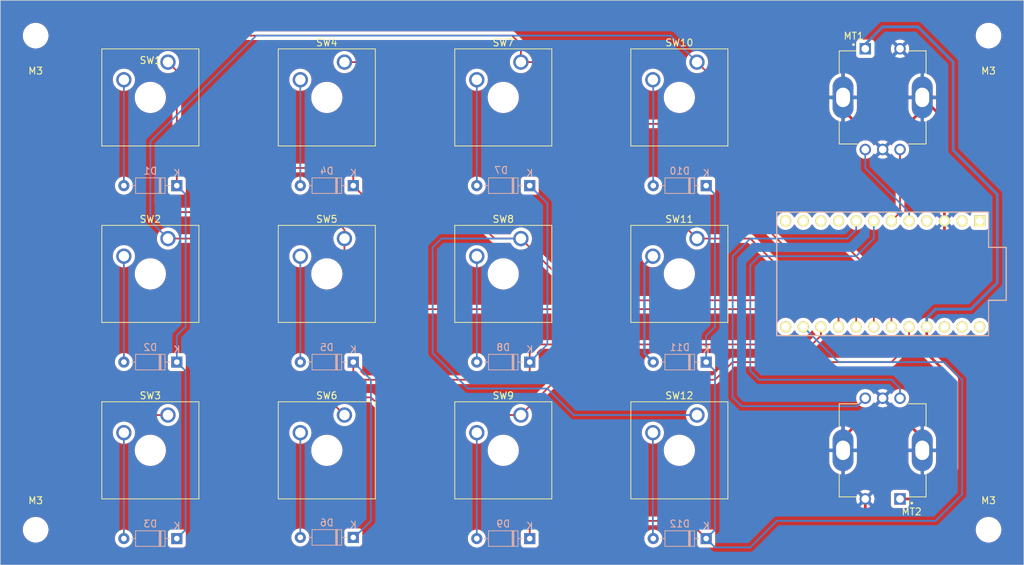
<source format=kicad_pcb>
(kicad_pcb (version 20221018) (generator pcbnew)
  (layers (0 "F.Cu" signal) (31 "B.Cu" signal) (34 "B.Paste" user) (35 "F.Paste" user) (36 "B.SilkS" user "B.Silkscreen") (37 "F.SilkS" user "F.Silkscreen") (38 "B.Mask" user) (39 "F.Mask" user) (44 "Edge.Cuts" user))
  (net 0 "")
  (net 1 "/ROW1")
  (net 2 "Net-(D1-A)")
  (net 3 "Net-(D2-A)")
  (net 4 "Net-(D3-A)")
  (net 5 "Net-(D4-A)")
  (net 6 "/ROW2")
  (net 7 "Net-(D5-A)")
  (net 8 "Net-(D6-A)")
  (net 9 "Net-(D7-A)")
  (net 10 "Net-(D8-A)")
  (net 11 "/ROW3")
  (net 12 "Net-(D9-A)")
  (net 13 "Net-(D10-A)")
  (net 14 "Net-(D11-A)")
  (net 15 "Net-(D12-A)")
  (net 16 "/ROT1_SW")
  (net 17 "GND")
  (net 18 "/ROT1_A")
  (net 19 "/ROT1_B")
  (net 20 "/ROT2_A")
  (net 21 "/ROT2_B")
  (net 22 "/COL1")
  (net 23 "/COL2")
  (net 24 "/COL3")
  (net 25 "/COL4")
  (footprint "MountingHole:MountingHole_3.2mm_M3" (layer "F.Cu") (at 217.17 49.53)
    (fp_text reference "M3" (at 0 5.08) (layer "F.SilkS"))
    (fp_text value "M3" hide)
    (pad "" np_thru_hole circle (at 0 0) (size 3.2 3.2) (drill 3.2) (layers "*.Cu" "*.Mask"))
  )
  (footprint "Button_Switch_Keyboard:SW_Cherry_MX_1.00u_Plate" (layer "F.Cu") (at 149.86 104.14)
    (fp_text reference "SW9" (at -2.54 -2.794) (layer "F.SilkS"))
    (fp_text value "SW_Push")
    (pad "" np_thru_hole circle (at -2.54 5.08) (size 4 4) (drill 4) (layers "*.Cu" "*.Mask"))
    (pad "1" thru_hole circle (at 0 0) (size 2.2 2.2) (drill 1.5) (layers "*.Cu" "*.Mask") (net 22 "/COL1"))
    (pad "2" thru_hole circle (at -6.35 2.54) (size 2.2 2.2) (drill 1.5) (layers "*.Cu" "*.Mask") (net 12 "Net-(D9-A)"))
  )
  (footprint "Button_Switch_Keyboard:SW_Cherry_MX_1.00u_Plate" (layer "F.Cu") (at 175.205 53.34)
    (fp_text reference "SW10" (at -2.54 -2.794) (layer "F.SilkS"))
    (fp_text value "SW_Push")
    (pad "" np_thru_hole circle (at -2.54 5.08) (size 4 4) (drill 4) (layers "*.Cu" "*.Mask"))
    (pad "1" thru_hole circle (at 0 0) (size 2.2 2.2) (drill 1.5) (layers "*.Cu" "*.Mask") (net 23 "/COL2"))
    (pad "2" thru_hole circle (at -6.35 2.54) (size 2.2 2.2) (drill 1.5) (layers "*.Cu" "*.Mask") (net 13 "Net-(D10-A)"))
  )
  (footprint "Button_Switch_Keyboard:SW_Cherry_MX_1.00u_Plate" (layer "F.Cu") (at 124.46 104.14)
    (fp_text reference "SW6" (at -2.54 -2.794) (layer "F.SilkS"))
    (fp_text value "SW_Push")
    (pad "" np_thru_hole circle (at -2.54 5.08) (size 4 4) (drill 4) (layers "*.Cu" "*.Mask"))
    (pad "1" thru_hole circle (at 0 0) (size 2.2 2.2) (drill 1.5) (layers "*.Cu" "*.Mask") (net 23 "/COL2"))
    (pad "2" thru_hole circle (at -6.35 2.54) (size 2.2 2.2) (drill 1.5) (layers "*.Cu" "*.Mask") (net 8 "Net-(D6-A)"))
  )
  (footprint "MountingHole:MountingHole_3.2mm_M3" (layer "F.Cu") (at 80.01 120.65)
    (fp_text reference "M3" (at 0 -4.2) (layer "F.SilkS"))
    (fp_text value "M3" hide)
    (pad "" np_thru_hole circle (at 0 0) (size 3.2 3.2) (drill 3.2) (layers "*.Cu" "*.Mask"))
  )
  (footprint "Button_Switch_Keyboard:SW_Cherry_MX_1.00u_Plate" (layer "F.Cu") (at 124.46 53.34)
    (fp_text reference "SW4" (at -2.54 -2.794) (layer "F.SilkS"))
    (fp_text value "SW_Push")
    (pad "" np_thru_hole circle (at -2.54 5.08) (size 4 4) (drill 4) (layers "*.Cu" "*.Mask"))
    (pad "1" thru_hole circle (at 0 0) (size 2.2 2.2) (drill 1.5) (layers "*.Cu" "*.Mask") (net 25 "/COL4"))
    (pad "2" thru_hole circle (at -6.35 2.54) (size 2.2 2.2) (drill 1.5) (layers "*.Cu" "*.Mask") (net 5 "Net-(D4-A)"))
  )
  (footprint "Button_Switch_Keyboard:SW_Cherry_MX_1.00u_Plate" (layer "F.Cu") (at 175.205 104.14)
    (fp_text reference "SW12" (at -2.54 -2.794) (layer "F.SilkS"))
    (fp_text value "SW_Push")
    (pad "" np_thru_hole circle (at -2.54 5.08) (size 4 4) (drill 4) (layers "*.Cu" "*.Mask"))
    (pad "1" thru_hole circle (at 0 0) (size 2.2 2.2) (drill 1.5) (layers "*.Cu" "*.Mask") (net 25 "/COL4"))
    (pad "2" thru_hole circle (at -6.35 2.54) (size 2.2 2.2) (drill 1.5) (layers "*.Cu" "*.Mask") (net 15 "Net-(D12-A)"))
  )
  (footprint "MountingHole:MountingHole_3.2mm_M3" (layer "F.Cu") (at 80.01 49.53)
    (fp_text reference "M3" (at 0 5.08) (layer "F.SilkS"))
    (fp_text value "M3" hide)
    (pad "" np_thru_hole circle (at 0 0) (size 3.2 3.2) (drill 3.2) (layers "*.Cu" "*.Mask"))
  )
  (footprint "promicro:ProMicro" (layer "F.Cu") (at 201.93 83.82 180)
    (fp_text reference "U1" hide)
    (fp_text value "ProMicro")
    (pad "1" thru_hole rect (at -13.97 7.62 180) (size 1.6 1.6) (drill 1.1) (layers "*.Cu" "*.Mask" "F.SilkS"))
    (pad "2" thru_hole circle (at -11.43 7.62 180) (size 1.6 1.6) (drill 1.1) (layers "*.Cu" "*.Mask" "F.SilkS"))
    (pad "3" thru_hole circle (at -8.89 7.62 180) (size 1.6 1.6) (drill 1.1) (layers "*.Cu" "*.Mask" "F.SilkS") (net 17 "GND"))
    (pad "4" thru_hole circle (at -6.35 7.62 180) (size 1.6 1.6) (drill 1.1) (layers "*.Cu" "*.Mask" "F.SilkS"))
    (pad "5" thru_hole circle (at -3.81 7.62 180) (size 1.6 1.6) (drill 1.1) (layers "*.Cu" "*.Mask" "F.SilkS") (net 18 "/ROT1_A"))
    (pad "6" thru_hole circle (at -1.27 7.62 180) (size 1.6 1.6) (drill 1.1) (layers "*.Cu" "*.Mask" "F.SilkS") (net 19 "/ROT1_B"))
    (pad "7" thru_hole circle (at 1.27 7.62 180) (size 1.6 1.6) (drill 1.1) (layers "*.Cu" "*.Mask" "F.SilkS") (net 20 "/ROT2_A"))
    (pad "8" thru_hole circle (at 3.81 7.62 180) (size 1.6 1.6) (drill 1.1) (layers "*.Cu" "*.Mask" "F.SilkS") (net 21 "/ROT2_B"))
    (pad "9" thru_hole circle (at 6.35 7.62 180) (size 1.6 1.6) (drill 1.1) (layers "*.Cu" "*.Mask" "F.SilkS"))
    (pad "10" thru_hole circle (at 8.89 7.62 180) (size 1.6 1.6) (drill 1.1) (layers "*.Cu" "*.Mask" "F.SilkS"))
    (pad "11" thru_hole circle (at 11.43 7.62 180) (size 1.6 1.6) (drill 1.1) (layers "*.Cu" "*.Mask" "F.SilkS"))
    (pad "12" thru_hole circle (at 13.97 7.62 180) (size 1.6 1.6) (drill 1.1) (layers "*.Cu" "*.Mask" "F.SilkS"))
    (pad "13" thru_hole circle (at 13.97 -7.62 180) (size 1.6 1.6) (drill 1.1) (layers "*.Cu" "*.Mask" "F.SilkS"))
    (pad "14" thru_hole circle (at 11.43 -7.62 180) (size 1.6 1.6) (drill 1.1) (layers "*.Cu" "*.Mask" "F.SilkS") (net 11 "/ROW3"))
    (pad "15" thru_hole circle (at 8.89 -7.62 180) (size 1.6 1.6) (drill 1.1) (layers "*.Cu" "*.Mask" "F.SilkS") (net 6 "/ROW2"))
    (pad "16" thru_hole circle (at 6.35 -7.62 180) (size 1.6 1.6) (drill 1.1) (layers "*.Cu" "*.Mask" "F.SilkS") (net 1 "/ROW1"))
    (pad "17" thru_hole circle (at 3.81 -7.62 180) (size 1.6 1.6) (drill 1.1) (layers "*.Cu" "*.Mask" "F.SilkS") (net 25 "/COL4"))
    (pad "18" thru_hole circle (at 1.27 -7.62 180) (size 1.6 1.6) (drill 1.1) (layers "*.Cu" "*.Mask" "F.SilkS") (net 24 "/COL3"))
    (pad "19" thru_hole circle (at -1.27 -7.62 180) (size 1.6 1.6) (drill 1.1) (layers "*.Cu" "*.Mask" "F.SilkS") (net 23 "/COL2"))
    (pad "20" thru_hole circle (at -3.81 -7.62 180) (size 1.6 1.6) (drill 1.1) (layers "*.Cu" "*.Mask" "F.SilkS") (net 22 "/COL1"))
    (pad "21" thru_hole circle (at -6.35 -7.62 180) (size 1.6 1.6) (drill 1.1) (layers "*.Cu" "*.Mask" "F.SilkS") (net 16 "/ROT1_SW"))
    (pad "22" thru_hole circle (at -8.89 -7.62 180) (size 1.6 1.6) (drill 1.1) (layers "*.Cu" "*.Mask" "F.SilkS"))
    (pad "23" thru_hole circle (at -11.43 -7.62 180) (size 1.6 1.6) (drill 1.1) (layers "*.Cu" "*.Mask" "F.SilkS"))
    (pad "24" thru_hole circle (at -13.97 -7.62 180) (size 1.6 1.6) (drill 1.1) (layers "*.Cu" "*.Mask" "F.SilkS"))
  )
  (footprint "Button_Switch_Keyboard:SW_Cherry_MX_1.00u_Plate" (layer "F.Cu") (at 149.86 78.74)
    (fp_text reference "SW8" (at -2.54 -2.794) (layer "F.SilkS"))
    (fp_text value "SW_Push")
    (pad "" np_thru_hole circle (at -2.54 5.08) (size 4 4) (drill 4) (layers "*.Cu" "*.Mask"))
    (pad "1" thru_hole circle (at 0 0) (size 2.2 2.2) (drill 1.5) (layers "*.Cu" "*.Mask") (net 25 "/COL4"))
    (pad "2" thru_hole circle (at -6.35 2.54) (size 2.2 2.2) (drill 1.5) (layers "*.Cu" "*.Mask") (net 10 "Net-(D8-A)"))
  )
  (footprint "MountingHole:MountingHole_3.2mm_M3" (layer "F.Cu") (at 217.17 120.65)
    (fp_text reference "M3" (at 0 -4.2) (layer "F.SilkS"))
    (fp_text value "M3" hide)
    (pad "" np_thru_hole circle (at 0 0) (size 3.2 3.2) (drill 3.2) (layers "*.Cu" "*.Mask"))
  )
  (footprint "Button_Switch_Keyboard:SW_Cherry_MX_1.00u_Plate" (layer "F.Cu") (at 99.06 78.74)
    (fp_text reference "SW2" (at -2.54 -2.794) (layer "F.SilkS"))
    (fp_text value "SW_Push")
    (pad "" np_thru_hole circle (at -2.54 5.08) (size 4 4) (drill 4) (layers "*.Cu" "*.Mask"))
    (pad "1" thru_hole circle (at 0 0) (size 2.2 2.2) (drill 1.5) (layers "*.Cu" "*.Mask") (net 23 "/COL2"))
    (pad "2" thru_hole circle (at -6.35 2.54) (size 2.2 2.2) (drill 1.5) (layers "*.Cu" "*.Mask") (net 3 "Net-(D2-A)"))
  )
  (footprint "Button_Switch_Keyboard:SW_Cherry_MX_1.00u_Plate" (layer "F.Cu") (at 124.46 78.74)
    (fp_text reference "SW5" (at -2.54 -2.794) (layer "F.SilkS"))
    (fp_text value "SW_Push")
    (pad "" np_thru_hole circle (at -2.54 5.08) (size 4 4) (drill 4) (layers "*.Cu" "*.Mask"))
    (pad "1" thru_hole circle (at 0 0) (size 2.2 2.2) (drill 1.5) (layers "*.Cu" "*.Mask") (net 22 "/COL1"))
    (pad "2" thru_hole circle (at -6.35 2.54) (size 2.2 2.2) (drill 1.5) (layers "*.Cu" "*.Mask") (net 7 "Net-(D5-A)"))
  )
  (footprint "Button_Switch_Keyboard:SW_Cherry_MX_1.00u_Plate" (layer "F.Cu") (at 99.06 53.34)
    (fp_text reference "SW1" (at -2.54 -0.254) (layer "F.SilkS"))
    (fp_text value "SW_Push")
    (pad "" np_thru_hole circle (at -2.54 5.08) (size 4 4) (drill 4) (layers "*.Cu" "*.Mask"))
    (pad "1" thru_hole circle (at 0 0) (size 2.2 2.2) (drill 1.5) (layers "*.Cu" "*.Mask") (net 22 "/COL1"))
    (pad "2" thru_hole circle (at -6.35 2.54) (size 2.2 2.2) (drill 1.5) (layers "*.Cu" "*.Mask") (net 2 "Net-(D1-A)"))
  )
  (footprint "Button_Switch_Keyboard:SW_Cherry_MX_1.00u_Plate" (layer "F.Cu") (at 99.06 104.14)
    (fp_text reference "SW3" (at -2.54 -2.794) (layer "F.SilkS"))
    (fp_text value "SW_Push")
    (pad "" np_thru_hole circle (at -2.54 5.08) (size 4 4) (drill 4) (layers "*.Cu" "*.Mask"))
    (pad "1" thru_hole circle (at 0 0) (size 2.2 2.2) (drill 1.5) (layers "*.Cu" "*.Mask") (net 24 "/COL3"))
    (pad "2" thru_hole circle (at -6.35 2.54) (size 2.2 2.2) (drill 1.5) (layers "*.Cu" "*.Mask") (net 4 "Net-(D3-A)"))
  )
  (footprint "PEC11R-4215F-S0024:XDCR_PEC11R-4215F-S0024" (layer "F.Cu") (at 201.93 58.42)
    (fp_text reference "MT1" (at -4.175 -8.835) (layer "F.SilkS"))
    (fp_text value "PEC11R-4215F-S0024")
    (pad "1" thru_hole rect (at -2.5 -7) (size 1.65 1.65) (drill 1.1) (layers "*.Cu" "*.Mask") (net 16 "/ROT1_SW"))
    (pad "2" thru_hole circle (at 2.5 -7) (size 1.65 1.65) (drill 1.1) (layers "*.Cu" "*.Mask") (net 17 "GND"))
    (pad "A" thru_hole circle (at -2.5 7.5) (size 1.65 1.65) (drill 1.1) (layers "*.Cu" "*.Mask") (net 18 "/ROT1_A"))
    (pad "B" thru_hole circle (at 2.5 7.5) (size 1.65 1.65) (drill 1.1) (layers "*.Cu" "*.Mask") (net 19 "/ROT1_B"))
    (pad "COM" thru_hole circle (at 0 7.5) (size 1.65 1.65) (drill 1.1) (layers "*.Cu" "*.Mask") (net 17 "GND"))
    (pad "S1" thru_hole oval (at -5.7 0) (size 3 6) (drill oval 2 2.8) (layers "*.Cu" "*.Mask") (net 17 "GND"))
    (pad "S2" thru_hole oval (at 5.7 0) (size 3 6) (drill oval 2 2.8) (layers "*.Cu" "*.Mask") (net 17 "GND"))
  )
  (footprint "Button_Switch_Keyboard:SW_Cherry_MX_1.00u_Plate" (layer "F.Cu") (at 175.205 78.74)
    (fp_text reference "SW11" (at -2.54 -2.794) (layer "F.SilkS"))
    (fp_text value "SW_Push")
    (pad "" np_thru_hole circle (at -2.54 5.08) (size 4 4) (drill 4) (layers "*.Cu" "*.Mask"))
    (pad "1" thru_hole circle (at 0 0) (size 2.2 2.2) (drill 1.5) (layers "*.Cu" "*.Mask") (net 24 "/COL3"))
    (pad "2" thru_hole circle (at -6.35 2.54) (size 2.2 2.2) (drill 1.5) (layers "*.Cu" "*.Mask") (net 14 "Net-(D11-A)"))
  )
  (footprint "Button_Switch_Keyboard:SW_Cherry_MX_1.00u_Plate" (layer "F.Cu") (at 149.86 53.34)
    (fp_text reference "SW7" (at -2.54 -2.794) (layer "F.SilkS"))
    (fp_text value "SW_Push")
    (pad "" np_thru_hole circle (at -2.54 5.08) (size 4 4) (drill 4) (layers "*.Cu" "*.Mask"))
    (pad "1" thru_hole circle (at 0 0) (size 2.2 2.2) (drill 1.5) (layers "*.Cu" "*.Mask") (net 24 "/COL3"))
    (pad "2" thru_hole circle (at -6.35 2.54) (size 2.2 2.2) (drill 1.5) (layers "*.Cu" "*.Mask") (net 9 "Net-(D7-A)"))
  )
  (footprint "PEC11R-4215F-S0024:XDCR_PEC11R-4215F-S0024" (layer "F.Cu") (at 201.93 109.22 180)
    (fp_text reference "MT2" (at -4.175 -8.835) (layer "F.SilkS"))
    (fp_text value "PEC11R-4215F-S0024")
    (pad "1" thru_hole rect (at -2.5 -7 180) (size 1.65 1.65) (drill 1.1) (layers "*.Cu" "*.Mask") (net 16 "/ROT1_SW"))
    (pad "2" thru_hole circle (at 2.5 -7 180) (size 1.65 1.65) (drill 1.1) (layers "*.Cu" "*.Mask") (net 17 "GND"))
    (pad "A" thru_hole circle (at -2.5 7.5 180) (size 1.65 1.65) (drill 1.1) (layers "*.Cu" "*.Mask") (net 20 "/ROT2_A"))
    (pad "B" thru_hole circle (at 2.5 7.5 180) (size 1.65 1.65) (drill 1.1) (layers "*.Cu" "*.Mask") (net 21 "/ROT2_B"))
    (pad "COM" thru_hole circle (at 0 7.5 180) (size 1.65 1.65) (drill 1.1) (layers "*.Cu" "*.Mask") (net 17 "GND"))
    (pad "S1" thru_hole oval (at -5.7 0 180) (size 3 6) (drill oval 2 2.8) (layers "*.Cu" "*.Mask") (net 17 "GND"))
    (pad "S2" thru_hole oval (at 5.7 0 180) (size 3 6) (drill oval 2 2.8) (layers "*.Cu" "*.Mask") (net 17 "GND"))
  )
  (footprint "Diode_THT:D_DO-35_SOD27_P7.62mm_Horizontal" (layer "B.Cu") (at 151.13 71.12 180)
    (fp_text reference "D7" (at 4.1148 2.2098) (layer "B.SilkS") (effects (justify mirror)))
    (fp_text value "1N4148")
    (fp_text user "K" (at 0 1.8) (layer "B.SilkS") (effects (justify mirror)))
    (pad "1" thru_hole rect (at 0 0 180) (size 1.6 1.6) (drill 0.8) (layers "*.Cu" "*.Mask") (net 6 "/ROW2"))
    (pad "2" thru_hole oval (at 7.62 0 180) (size 1.6 1.6) (drill 0.8) (layers "*.Cu" "*.Mask") (net 9 "Net-(D7-A)"))
  )
  (footprint "Diode_THT:D_DO-35_SOD27_P7.62mm_Horizontal" (layer "B.Cu") (at 125.73 71.12 180)
    (fp_text reference "D4" (at 3.81 2.12) (layer "B.SilkS") (effects (justify mirror)))
    (fp_text value "1N4148")
    (fp_text user "K" (at 0 1.8) (layer "B.SilkS") (effects (justify mirror)))
    (pad "1" thru_hole rect (at 0 0 180) (size 1.6 1.6) (drill 0.8) (layers "*.Cu" "*.Mask") (net 1 "/ROW1"))
    (pad "2" thru_hole oval (at 7.62 0 180) (size 1.6 1.6) (drill 0.8) (layers "*.Cu" "*.Mask") (net 5 "Net-(D4-A)"))
  )
  (footprint "Diode_THT:D_DO-35_SOD27_P7.62mm_Horizontal" (layer "B.Cu") (at 100.33 96.52 180)
    (fp_text reference "D2" (at 3.81 2.12) (layer "B.SilkS") (effects (justify mirror)))
    (fp_text value "1N4148")
    (fp_text user "K" (at 0 1.8) (layer "B.SilkS") (effects (justify mirror)))
    (pad "1" thru_hole rect (at 0 0 180) (size 1.6 1.6) (drill 0.8) (layers "*.Cu" "*.Mask") (net 1 "/ROW1"))
    (pad "2" thru_hole oval (at 7.62 0 180) (size 1.6 1.6) (drill 0.8) (layers "*.Cu" "*.Mask") (net 3 "Net-(D2-A)"))
  )
  (footprint "Diode_THT:D_DO-35_SOD27_P7.62mm_Horizontal" (layer "B.Cu") (at 151.13 121.92 180)
    (fp_text reference "D9" (at 3.81 2.12) (layer "B.SilkS") (effects (justify mirror)))
    (fp_text value "1N4148")
    (fp_text user "K" (at 0 1.8) (layer "B.SilkS") (effects (justify mirror)))
    (pad "1" thru_hole rect (at 0 0 180) (size 1.6 1.6) (drill 0.8) (layers "*.Cu" "*.Mask") (net 11 "/ROW3"))
    (pad "2" thru_hole oval (at 7.62 0 180) (size 1.6 1.6) (drill 0.8) (layers "*.Cu" "*.Mask") (net 12 "Net-(D9-A)"))
  )
  (footprint "Diode_THT:D_DO-35_SOD27_P7.62mm_Horizontal" (layer "B.Cu") (at 125.73 121.76 180)
    (fp_text reference "D6" (at 3.81 2.12) (layer "B.SilkS") (effects (justify mirror)))
    (fp_text value "1N4148")
    (fp_text user "K" (at 0 1.8) (layer "B.SilkS") (effects (justify mirror)))
    (pad "1" thru_hole rect (at 0 0 180) (size 1.6 1.6) (drill 0.8) (layers "*.Cu" "*.Mask") (net 6 "/ROW2"))
    (pad "2" thru_hole oval (at 7.62 0 180) (size 1.6 1.6) (drill 0.8) (layers "*.Cu" "*.Mask") (net 8 "Net-(D6-A)"))
  )
  (footprint "Diode_THT:D_DO-35_SOD27_P7.62mm_Horizontal" (layer "B.Cu") (at 176.53 121.92 180)
    (fp_text reference "D12" (at 3.81 2.12) (layer "B.SilkS") (effects (justify mirror)))
    (fp_text value "1N4148")
    (fp_text user "K" (at 0 1.8) (layer "B.SilkS") (effects (justify mirror)))
    (pad "1" thru_hole rect (at 0 0 180) (size 1.6 1.6) (drill 0.8) (layers "*.Cu" "*.Mask") (net 11 "/ROW3"))
    (pad "2" thru_hole oval (at 7.62 0 180) (size 1.6 1.6) (drill 0.8) (layers "*.Cu" "*.Mask") (net 15 "Net-(D12-A)"))
  )
  (footprint "Diode_THT:D_DO-35_SOD27_P7.62mm_Horizontal" (layer "B.Cu") (at 151.13 96.52 180)
    (fp_text reference "D8" (at 3.81 2.12) (layer "B.SilkS") (effects (justify mirror)))
    (fp_text value "1N4148")
    (fp_text user "K" (at 0 1.8) (layer "B.SilkS") (effects (justify mirror)))
    (pad "1" thru_hole rect (at 0 0 180) (size 1.6 1.6) (drill 0.8) (layers "*.Cu" "*.Mask") (net 6 "/ROW2"))
    (pad "2" thru_hole oval (at 7.62 0 180) (size 1.6 1.6) (drill 0.8) (layers "*.Cu" "*.Mask") (net 10 "Net-(D8-A)"))
  )
  (footprint "Diode_THT:D_DO-35_SOD27_P7.62mm_Horizontal" (layer "B.Cu") (at 176.53 71.12 180)
    (fp_text reference "D10" (at 3.81 2.12) (layer "B.SilkS") (effects (justify mirror)))
    (fp_text value "1N4148")
    (fp_text user "K" (at 0 1.8) (layer "B.SilkS") (effects (justify mirror)))
    (pad "1" thru_hole rect (at 0 0 180) (size 1.6 1.6) (drill 0.8) (layers "*.Cu" "*.Mask") (net 11 "/ROW3"))
    (pad "2" thru_hole oval (at 7.62 0 180) (size 1.6 1.6) (drill 0.8) (layers "*.Cu" "*.Mask") (net 13 "Net-(D10-A)"))
  )
  (footprint "Diode_THT:D_DO-35_SOD27_P7.62mm_Horizontal" (layer "B.Cu") (at 125.73 96.52 180)
    (fp_text reference "D5" (at 3.81 2.12) (layer "B.SilkS") (effects (justify mirror)))
    (fp_text value "1N4148")
    (fp_text user "K" (at 0 1.8) (layer "B.SilkS") (effects (justify mirror)))
    (pad "1" thru_hole rect (at 0 0 180) (size 1.6 1.6) (drill 0.8) (layers "*.Cu" "*.Mask") (net 6 "/ROW2"))
    (pad "2" thru_hole oval (at 7.62 0 180) (size 1.6 1.6) (drill 0.8) (layers "*.Cu" "*.Mask") (net 7 "Net-(D5-A)"))
  )
  (footprint "Diode_THT:D_DO-35_SOD27_P7.62mm_Horizontal" (layer "B.Cu") (at 100.33 71.12 180)
    (fp_text reference "D1" (at 3.81 2.12) (layer "B.SilkS") (effects (justify mirror)))
    (fp_text value "1N4148")
    (fp_text user "K" (at 0 1.8) (layer "B.SilkS") (effects (justify mirror)))
    (pad "1" thru_hole rect (at 0 0 180) (size 1.6 1.6) (drill 0.8) (layers "*.Cu" "*.Mask") (net 1 "/ROW1"))
    (pad "2" thru_hole oval (at 7.62 0 180) (size 1.6 1.6) (drill 0.8) (layers "*.Cu" "*.Mask") (net 2 "Net-(D1-A)"))
  )
  (footprint "Diode_THT:D_DO-35_SOD27_P7.62mm_Horizontal" (layer "B.Cu") (at 176.53 96.52 180)
    (fp_text reference "D11" (at 3.81 2.12) (layer "B.SilkS") (effects (justify mirror)))
    (fp_text value "1N4148")
    (fp_text user "K" (at 0 1.8) (layer "B.SilkS") (effects (justify mirror)))
    (pad "1" thru_hole rect (at 0 0 180) (size 1.6 1.6) (drill 0.8) (layers "*.Cu" "*.Mask") (net 11 "/ROW3"))
    (pad "2" thru_hole oval (at 7.62 0 180) (size 1.6 1.6) (drill 0.8) (layers "*.Cu" "*.Mask") (net 14 "Net-(D11-A)"))
  )
  (footprint "Diode_THT:D_DO-35_SOD27_P7.62mm_Horizontal" (layer "B.Cu") (at 100.33 121.92 180)
    (fp_text reference "D3" (at 3.81 2.12) (layer "B.SilkS") (effects (justify mirror)))
    (fp_text value "1N4148")
    (fp_text user "K" (at 0 1.8) (layer "B.SilkS") (effects (justify mirror)))
    (pad "1" thru_hole rect (at 0 0 180) (size 1.6 1.6) (drill 0.8) (layers "*.Cu" "*.Mask") (net 1 "/ROW1"))
    (pad "2" thru_hole oval (at 7.62 0 180) (size 1.6 1.6) (drill 0.8) (layers "*.Cu" "*.Mask") (net 4 "Net-(D3-A)"))
  )
  (gr_line (start 74.93 44.45) (end 222.25 44.45) (stroke (width 0.1)) (layer "Edge.Cuts"))
  (gr_line (start 222.25 44.45) (end 222.25 125.73) (stroke (width 0.1)) (layer "Edge.Cuts"))
  (gr_line (start 74.93 44.45) (end 74.93 125.73) (stroke (width 0.1)) (layer "Edge.Cuts"))
  (gr_line (start 222.25 125.73) (end 74.93 125.73) (stroke (width 0.1)) (layer "Edge.Cuts"))
  (segment (start 195.58 91.44) (end 195.58 90.17) (width 0.25) (layer "F.Cu") (net 1))
  (segment (start 124.46 68.58) (end 125.73 69.85) (width 0.25) (layer "F.Cu") (net 1))
  (segment (start 125.73 69.85) (end 125.73 71.12) (width 0.25) (layer "F.Cu") (net 1))
  (segment (start 194.31 88.9) (end 132.08 88.9) (width 0.25) (layer "F.Cu") (net 1))
  (segment (start 128.27 73.66) (end 125.73 71.12) (width 0.25) (layer "F.Cu") (net 1))
  (segment (start 195.58 90.17) (end 194.31 88.9) (width 0.25) (layer "F.Cu") (net 1))
  (segment (start 132.08 88.9) (end 128.27 85.09) (width 0.25) (layer "F.Cu") (net 1))
  (segment (start 101.6 68.58) (end 124.46 68.58) (width 0.25) (layer "F.Cu") (net 1))
  (segment (start 100.33 69.85) (end 101.6 68.58) (width 0.25) (layer "F.Cu") (net 1))
  (segment (start 128.27 85.09) (end 128.27 73.66) (width 0.25) (layer "F.Cu") (net 1))
  (segment (start 100.33 71.12) (end 100.33 69.85) (width 0.25) (layer "F.Cu") (net 1))
  (segment (start 101.6 120.65) (end 100.33 121.92) (width 0.25) (layer "B.Cu") (net 1))
  (segment (start 101.6 97.79) (end 101.6 120.65) (width 0.25) (layer "B.Cu") (net 1))
  (segment (start 100.33 71.12) (end 101.6 72.39) (width 0.25) (layer "B.Cu") (net 1))
  (segment (start 101.6 72.39) (end 101.6 91.44) (width 0.25) (layer "B.Cu") (net 1))
  (segment (start 100.33 92.71) (end 100.33 96.52) (width 0.25) (layer "B.Cu") (net 1))
  (segment (start 100.33 96.52) (end 101.6 97.79) (width 0.25) (layer "B.Cu") (net 1))
  (segment (start 101.6 91.44) (end 100.33 92.71) (width 0.25) (layer "B.Cu") (net 1))
  (segment (start 92.71 71.12) (end 92.71 55.88) (width 0.25) (layer "B.Cu") (net 2))
  (segment (start 92.71 96.52) (end 92.71 81.28) (width 0.25) (layer "B.Cu") (net 3))
  (segment (start 92.71 106.68) (end 92.71 121.92) (width 0.25) (layer "B.Cu") (net 4))
  (segment (start 118.11 71.12) (end 118.11 55.88) (width 0.25) (layer "B.Cu") (net 5))
  (segment (start 191.77 93.98) (end 193.04 92.71) (width 0.25) (layer "F.Cu") (net 6))
  (segment (start 193.04 92.71) (end 193.04 91.44) (width 0.25) (layer "F.Cu") (net 6))
  (segment (start 149.86 99.06) (end 151.13 97.79) (width 0.25) (layer "F.Cu") (net 6))
  (segment (start 152.4 93.98) (end 191.77 93.98) (width 0.25) (layer "F.Cu") (net 6))
  (segment (start 151.13 95.25) (end 152.4 93.98) (width 0.25) (layer "F.Cu") (net 6))
  (segment (start 127 99.06) (end 149.86 99.06) (width 0.25) (layer "F.Cu") (net 6))
  (segment (start 125.73 96.52) (end 125.73 97.79) (width 0.25) (layer "F.Cu") (net 6))
  (segment (start 151.13 96.52) (end 151.13 95.25) (width 0.25) (layer "F.Cu") (net 6))
  (segment (start 151.13 97.79) (end 151.13 96.52) (width 0.25) (layer "F.Cu") (net 6))
  (segment (start 125.73 97.79) (end 127 99.06) (width 0.25) (layer "F.Cu") (net 6))
  (segment (start 153.67 73.66) (end 151.13 71.12) (width 0.25) (layer "B.Cu") (net 6))
  (segment (start 128.27 99.06) (end 125.73 96.52) (width 0.25) (layer "B.Cu") (net 6))
  (segment (start 151.13 96.52) (end 153.67 93.98) (width 0.25) (layer "B.Cu") (net 6))
  (segment (start 125.89 121.76) (end 128.27 119.38) (width 0.25) (layer "B.Cu") (net 6))
  (segment (start 153.67 93.98) (end 153.67 73.66) (width 0.25) (layer "B.Cu") (net 6))
  (segment (start 128.27 119.38) (end 128.27 99.06) (width 0.25) (layer "B.Cu") (net 6))
  (segment (start 125.73 121.76) (end 125.89 121.76) (width 0.25) (layer "B.Cu") (net 6))
  (segment (start 118.11 96.52) (end 118.11 81.28) (width 0.25) (layer "B.Cu") (net 7))
  (segment (start 118.11 121.76) (end 118.11 106.68) (width 0.25) (layer "B.Cu") (net 8))
  (segment (start 143.51 71.12) (end 143.51 55.88) (width 0.25) (layer "B.Cu") (net 9))
  (segment (start 143.51 96.52) (end 143.51 81.28) (width 0.25) (layer "B.Cu") (net 10))
  (segment (start 173.99 119.38) (end 176.53 121.92) (width 0.25) (layer "F.Cu") (net 11))
  (segment (start 151.13 120.65) (end 152.4 119.38) (width 0.25) (layer "F.Cu") (net 11))
  (segment (start 151.13 121.92) (end 151.13 120.65) (width 0.25) (layer "F.Cu") (net 11))
  (segment (start 152.4 119.38) (end 173.99 119.38) (width 0.25) (layer "F.Cu") (net 11))
  (segment (start 177.8 91.44) (end 176.53 92.71) (width 0.25) (layer "B.Cu") (net 11))
  (segment (start 190.5 91.44) (end 195.58 96.52) (width 0.25) (layer "B.Cu") (net 11))
  (segment (start 213.36 115.57) (end 209.55 119.38) (width 0.25) (layer "B.Cu") (net 11))
  (segment (start 210.82 96.52) (end 213.36 99.06) (width 0.25) (layer "B.Cu") (net 11))
  (segment (start 176.53 121.92) (end 177.8 120.65) (width 0.25) (layer "B.Cu") (net 11))
  (segment (start 195.58 96.52) (end 210.82 96.52) (width 0.25) (layer "B.Cu") (net 11))
  (segment (start 209.55 119.38) (end 186.69 119.38) (width 0.25) (layer "B.Cu") (net 11))
  (segment (start 177.8 72.39) (end 177.8 91.44) (width 0.25) (layer "B.Cu") (net 11))
  (segment (start 182.88 123.19) (end 177.8 123.19) (width 0.25) (layer "B.Cu") (net 11))
  (segment (start 176.53 92.71) (end 176.53 96.52) (width 0.25) (layer "B.Cu") (net 11))
  (segment (start 213.36 99.06) (end 213.36 115.57) (width 0.25) (layer "B.Cu") (net 11))
  (segment (start 177.8 123.19) (end 176.53 121.92) (width 0.25) (layer "B.Cu") (net 11))
  (segment (start 177.8 120.65) (end 177.8 97.79) (width 0.25) (layer "B.Cu") (net 11))
  (segment (start 186.69 119.38) (end 182.88 123.19) (width 0.25) (layer "B.Cu") (net 11))
  (segment (start 177.8 97.79) (end 176.53 96.52) (width 0.25) (layer "B.Cu") (net 11))
  (segment (start 176.53 71.12) (end 177.8 72.39) (width 0.25) (layer "B.Cu") (net 11))
  (segment (start 143.51 121.92) (end 143.51 106.68) (width 0.25) (layer "B.Cu") (net 12))
  (segment (start 168.91 71.12) (end 168.91 55.935) (width 0.25) (layer "B.Cu") (net 13))
  (segment (start 168.91 55.935) (end 168.855 55.88) (width 0.25) (layer "B.Cu") (net 13))
  (segment (start 167.64 82.495) (end 167.64 95.25) (width 0.35) (layer "B.Cu") (net 14))
  (segment (start 167.64 95.25) (end 168.91 96.52) (width 0.35) (layer "B.Cu") (net 14))
  (segment (start 168.855 81.28) (end 167.64 82.495) (width 0.35) (layer "B.Cu") (net 14))
  (segment (start 168.855 106.68) (end 168.855 121.865) (width 0.25) (layer "B.Cu") (net 15))
  (segment (start 168.855 121.865) (end 168.91 121.92) (width 0.25) (layer "B.Cu") (net 15))
  (segment (start 207.63 116.22) (end 212.09 111.76) (width 0.4) (layer "F.Cu") (net 16))
  (segment (start 208.28 95.25) (end 208.28 91.44) (width 0.4) (layer "F.Cu") (net 16))
  (segment (start 212.09 99.06) (end 208.28 95.25) (width 0.4) (layer "F.Cu") (net 16))
  (segment (start 204.43 116.22) (end 207.63 116.22) (width 0.4) (layer "F.Cu") (net 16))
  (segment (start 212.09 111.76) (end 212.09 99.06) (width 0.4) (layer "F.Cu") (net 16))
  (segment (start 207.01 48.26) (end 212.09 53.34) (width 0.4) (layer "B.Cu") (net 16))
  (segment (start 199.43 51.42) (end 199.43 50.76) (width 0.4) (layer "B.Cu") (net 16))
  (segment (start 209.55 88.9) (end 208.28 90.17) (width 0.4) (layer "B.Cu") (net 16))
  (segment (start 212.09 66.04) (end 218.44 72.39) (width 0.4) (layer "B.Cu") (net 16))
  (segment (start 214.63 88.9) (end 209.55 88.9) (width 0.4) (layer "B.Cu") (net 16))
  (segment (start 201.93 48.26) (end 207.01 48.26) (width 0.4) (layer "B.Cu") (net 16))
  (segment (start 208.28 90.17) (end 208.28 91.44) (width 0.4) (layer "B.Cu") (net 16))
  (segment (start 218.44 72.39) (end 218.44 85.09) (width 0.4) (layer "B.Cu") (net 16))
  (segment (start 199.43 50.76) (end 201.93 48.26) (width 0.4) (layer "B.Cu") (net 16))
  (segment (start 212.09 53.34) (end 212.09 66.04) (width 0.4) (layer "B.Cu") (net 16))
  (segment (start 218.44 85.09) (end 214.63 88.9) (width 0.4) (layer "B.Cu") (net 16))
  (segment (start 201.93 65.92) (end 207.63 60.22) (width 0.4) (layer "F.Cu") (net 17))
  (segment (start 210.82 76.2) (end 210.82 61.61) (width 0.4) (layer "F.Cu") (net 17))
  (segment (start 207.63 54.62) (end 207.63 58.42) (width 0.4) (layer "F.Cu") (net 17))
  (segment (start 218.44 86.36) (end 218.44 110.49) (width 0.4) (layer "F.Cu") (net 17))
  (segment (start 200.66 119.38) (end 199.43 118.15) (width 0.4) (layer "F.Cu") (net 17))
  (segment (start 196.23 113.02) (end 196.23 109.22) (width 0.4) (layer "F.Cu") (net 17))
  (segment (start 210.82 61.61) (end 207.63 58.42) (width 0.4) (layer "F.Cu") (net 17))
  (segment (start 210.82 78.74) (end 218.44 86.36) (width 0.4) (layer "F.Cu") (net 17))
  (segment (start 207.63 107.42) (end 201.93 101.72) (width 0.4) (layer "F.Cu") (net 17))
  (segment (start 210.82 76.2) (end 210.82 78.74) (width 0.4) (layer "F.Cu") (net 17))
  (segment (start 196.23 109.22) (end 196.23 107.42) (width 0.35) (layer "F.Cu") (net 17))
  (segment (start 209.55 119.38) (end 200.66 119.38) (width 0.4) (layer "F.Cu") (net 17))
  (segment (start 218.44 110.49) (end 209.55 119.38) (width 0.4) (layer "F.Cu") (net 17))
  (segment (start 201.93 65.92) (end 196.23 60.22) (width 0.4) (layer "F.Cu") (net 17))
  (segment (start 207.63 60.22) (end 207.63 58.42) (width 0.4) (layer "F.Cu") (net 17))
  (segment (start 204.43 51.42) (end 207.63 54.62) (width 0.4) (layer "F.Cu") (net 17))
  (segment (start 196.23 107.42) (end 201.93 101.72) (width 0.4) (layer "F.Cu") (net 17))
  (segment (start 199.43 118.15) (end 199.43 116.22) (width 0.4) (layer "F.Cu") (net 17))
  (segment (start 199.43 116.22) (end 196.23 113.02) (width 0.4) (layer "F.Cu") (net 17))
  (segment (start 207.63 109.22) (end 207.63 107.42) (width 0.35) (layer "F.Cu") (net 17))
  (segment (start 196.23 60.22) (end 196.23 58.42) (width 0.4) (layer "F.Cu") (net 17))
  (segment (start 207.63 109.22) (end 207.63 107.42) (width 0.35) (layer "B.Cu") (net 17))
  (segment (start 196.23 58.42) (end 196.23 60.22) (width 0.35) (layer "B.Cu") (net 17))
  (segment (start 196.23 109.22) (end 196.23 108.6) (width 0.35) (layer "B.Cu") (net 17))
  (segment (start 196.23 109.22) (end 196.23 107.42) (width 0.35) (layer "B.Cu") (net 17))
  (segment (start 207.63 60.22) (end 207.63 58.42) (width 0.35) (layer "B.Cu") (net 17))
  (segment (start 205.74 74.93) (end 205.74 76.2) (width 0.25) (layer "B.Cu") (net 18))
  (segment (start 199.43 68.62) (end 205.74 74.93) (width 0.25) (layer "B.Cu") (net 18))
  (segment (start 199.43 65.92) (end 199.43 68.62) (width 0.25) (layer "B.Cu") (net 18))
  (segment (start 204.43 65.92) (end 204.43 74.97) (width 0.25) (layer "F.Cu") (net 19))
  (segment (start 204.43 74.97) (end 203.2 76.2) (width 0.25) (layer "F.Cu") (net 19))
  (segment (start 184.15 99.06) (end 182.88 97.79) (width 0.25) (layer "B.Cu") (net 20))
  (segment (start 203.2 99.06) (end 184.15 99.06) (width 0.25) (layer "B.Cu") (net 20))
  (segment (start 184.15 81.28) (end 198.12 81.28) (width 0.25) (layer "B.Cu") (net 20))
  (segment (start 200.66 78.74) (end 200.66 76.2) (width 0.25) (layer "B.Cu") (net 20))
  (segment (start 182.88 97.79) (end 182.88 82.55) (width 0.25) (layer "B.Cu") (net 20))
  (segment (start 204.43 101.72) (end 204.43 100.29) (width 0.25) (layer "B.Cu") (net 20))
  (segment (start 198.12 81.28) (end 200.66 78.74) (width 0.25) (layer "B.Cu") (net 20))
  (segment (start 182.88 82.55) (end 184.15 81.28) (width 0.25) (layer "B.Cu") (net 20))
  (segment (start 204.43 100.29) (end 203.2 99.06) (width 0.25) (layer "B.Cu") (net 20))
  (segment (start 182.88 78.74) (end 180.34 81.28) (width 0.25) (layer "B.Cu") (net 21))
  (segment (start 196.85 78.74) (end 182.88 78.74) (width 0.25) (layer "B.Cu") (net 21))
  (segment (start 180.34 81.28) (end 180.34 101.6) (width 0.25) (layer "B.Cu") (net 21))
  (segment (start 198.12 77.47) (end 196.85 78.74) (width 0.25) (layer "B.Cu") (net 21))
  (segment (start 198.12 76.2) (end 198.12 77.47) (width 0.25) (layer "B.Cu") (net 21))
  (segment (start 180.34 101.6) (end 181.61 102.87) (width 0.25) (layer "B.Cu") (net 21))
  (segment (start 181.61 102.87) (end 198.28 102.87) (width 0.25) (layer "B.Cu") (net 21))
  (segment (start 198.28 102.87) (end 199.43 101.72) (width 0.25) (layer "B.Cu") (net 21))
  (segment (start 177.8 99.06) (end 180.34 96.52) (width 0.25) (layer "F.Cu") (net 22))
  (segment (start 124.46 81.28) (end 124.46 78.74) (width 0.25) (layer "F.Cu") (net 22))
  (segment (start 99.06 74.93) (end 121.92 74.93) (width 0.25) (layer "F.Cu") (net 22))
  (segment (start 205.74 93.98) (end 205.74 91.44) (width 0.25) (layer "F.Cu") (net 22))
  (segment (start 121.92 74.93) (end 124.46 77.47) (width 0.25) (layer "F.Cu") (net 22))
  (segment (start 99.06 53.34) (end 100.33 54.61) (width 0.25) (layer "F.Cu") (net 22))
  (segment (start 154.94 99.06) (end 177.8 99.06) (width 0.25) (layer "F.Cu") (net 22))
  (segment (start 146.05 104.14) (end 144.78 102.87) (width 0.25) (layer "F.Cu") (net 22))
  (segment (start 149.86 104.14) (end 146.05 104.14) (width 0.25) (layer "F.Cu") (net 22))
  (segment (start 100.33 66.04) (end 97.79 68.58) (width 0.25) (layer "F.Cu") (net 22))
  (segment (start 128.27 101.6) (end 125.73 101.6) (width 0.25) (layer "F.Cu") (net 22))
  (segment (start 144.78 102.87) (end 129.54 102.87) (width 0.25) (layer "F.Cu") (net 22))
  (segment (start 97.79 68.58) (end 97.79 73.66) (width 0.25) (layer "F.Cu") (net 22))
  (segment (start 97.79 73.66) (end 99.06 74.93) (width 0.25) (layer "F.Cu") (net 22))
  (segment (start 180.34 96.52) (end 203.2 96.52) (width 0.25) (layer "F.Cu") (net 22))
  (segment (start 121.92 90.17) (end 125.73 86.36) (width 0.25) (layer "F.Cu") (net 22))
  (segment (start 129.54 102.87) (end 128.27 101.6) (width 0.25) (layer "F.Cu") (net 22))
  (segment (start 203.2 96.52) (end 205.74 93.98) (width 0.25) (layer "F.Cu") (net 22))
  (segment (start 125.73 86.36) (end 125.73 82.55) (width 0.25) (layer "F.Cu") (net 22))
  (segment (start 100.33 54.61) (end 100.33 66.04) (width 0.25) (layer "F.Cu") (net 22))
  (segment (start 125.73 101.6) (end 121.92 97.79) (width 0.25) (layer "F.Cu") (net 22))
  (segment (start 125.73 82.55) (end 124.46 81.28) (width 0.25) (layer "F.Cu") (net 22))
  (segment (start 124.46 77.47) (end 124.46 78.74) (width 0.25) (layer "F.Cu") (net 22))
  (segment (start 149.86 104.14) (end 154.94 99.06) (width 0.25) (layer "F.Cu") (net 22))
  (segment (start 121.92 97.79) (end 121.92 90.17) (width 0.25) (layer "F.Cu") (net 22))
  (segment (start 187.96 80.01) (end 196.85 80.01) (width 0.25) (layer "F.Cu") (net 23))
  (segment (start 185.42 63.5) (end 185.42 77.47) (width 0.25) (layer "F.Cu") (net 23))
  (segment (start 113.03 82.55) (end 109.22 78.74) (width 0.25) (layer "F.Cu") (net 23))
  (segment (start 184.095 62.23) (end 184.15 62.23) (width 0.25) (layer "F.Cu") (net 23))
  (segment (start 203.2 86.36) (end 203.2 91.44) (width 0.25) (layer "F.Cu") (net 23))
  (segment (start 121.92 101.6) (end 116.84 101.6) (width 0.25) (layer "F.Cu") (net 23))
  (segment (start 121.92 101.6) (end 124.46 104.14) (width 0.25) (layer "F.Cu") (net 23))
  (segment (start 196.85 80.01) (end 203.2 86.36) (width 0.25) (layer "F.Cu") (net 23))
  (segment (start 109.22 78.74) (end 99.06 78.74) (width 0.25) (layer "F.Cu") (net 23))
  (segment (start 113.03 97.79) (end 113.03 82.55) (width 0.25) (layer "F.Cu") (net 23))
  (segment (start 116.84 101.6) (end 113.03 97.79) (width 0.25) (layer "F.Cu") (net 23))
  (segment (start 184.15 62.23) (end 185.42 63.5) (width 0.25) (layer "F.Cu") (net 23))
  (segment (start 185.42 77.47) (end 187.96 80.01) (width 0.25) (layer "F.Cu") (net 23))
  (segment (start 175.205 53.34) (end 184.095 62.23) (width 0.25) (layer "F.Cu") (net 23))
  (segment (start 96.52 76.2) (end 96.52 64.77) (width 0.25) (layer "B.Cu") (net 23))
  (segment (start 96.52 64.77) (end 111.76 49.53) (width 0.25) (layer "B.Cu") (net 23))
  (segment (start 99.06 78.74) (end 96.52 76.2) (width 0.25) (layer "B.Cu") (net 23))
  (segment (start 175.205 53.34) (end 171.45 49.585) (width 0.25) (layer "B.Cu") (net 23))
  (segment (start 171.45 49.53) (end 111.76 49.53) (width 0.25) (layer "B.Cu") (net 23))
  (segment (start 171.45 49.585) (end 171.45 49.53) (width 0.25) (layer "B.Cu") (net 23))
  (segment (start 166.37 62.23) (end 165.1 60.96) (width 0.25) (layer "F.Cu") (net 24))
  (segment (start 195.58 82.55) (end 200.66 87.63) (width 0.25) (layer "F.Cu") (net 24))
  (segment (start 186.69 82.55) (end 195.58 82.55) (width 0.25) (layer "F.Cu") (net 24))
  (segment (start 182.88 78.74) (end 186.69 82.55) (width 0.25) (layer "F.Cu") (net 24))
  (segment (start 172.72 64.77) (end 170.18 62.23) (width 0.25) (layer "F.Cu") (net 24))
  (segment (start 175.205 78.74) (end 172.72 76.255) (width 0.25) (layer "F.Cu") (net 24))
  (segment (start 175.205 78.74) (end 182.88 78.74) (width 0.25) (layer "F.Cu") (net 24))
  (segment (start 165.1 60.96) (end 165.1 54.61) (width 0.25) (layer "F.Cu") (net 24))
  (segment (start 200.66 87.63) (end 200.66 91.44) (width 0.25) (layer "F.Cu") (net 24))
  (segment (start 170.18 62.23) (end 166.37 62.23) (width 0.25) (layer "F.Cu") (net 24))
  (segment (start 165.1 54.61) (end 163.83 53.34) (width 0.25) (layer "F.Cu") (net 24))
  (segment (start 163.83 53.34) (end 149.86 53.34) (width 0.25) (layer "F.Cu") (net 24))
  (segment (start 88.9 52.07) (end 91.44 49.53) (width 0.25) (layer "F.Cu") (net 24))
  (segment (start 93.98 104.14) (end 88.9 99.06) (width 0.25) (layer "F.Cu") (net 24))
  (segment (start 88.9 99.06) (end 88.9 52.07) (width 0.25) (layer "F.Cu") (net 24))
  (segment (start 172.72 76.255) (end 172.72 64.77) (width 0.25) (layer "F.Cu") (net 24))
  (segment (start 99.06 104.14) (end 93.98 104.14) (width 0.25) (layer "F.Cu") (net 24))
  (segment (start 91.44 49.53) (end 148.59 49.53) (width 0.25) (layer "F.Cu") (net 24))
  (segment (start 149.86 50.8) (end 149.86 53.34) (width 0.25) (layer "F.Cu") (net 24))
  (segment (start 148.59 49.53) (end 149.86 50.8) (width 0.25) (layer "F.Cu") (net 24))
  (segment (start 196.85 87.63) (end 198.12 88.9) (width 0.25) (layer "F.Cu") (net 25))
  (segment (start 149.86 78.74) (end 158.75 87.63) (width 0.25) (layer "F.Cu") (net 25))
  (segment (start 140.97 57.15) (end 137.16 53.34) (width 0.25) (layer "F.Cu") (net 25))
  (segment (start 146.05 78.74) (end 140.97 73.66) (width 0.25) (layer "F.Cu") (net 25))
  (segment (start 158.75 87.63) (end 196.85 87.63) (width 0.25) (layer "F.Cu") (net 25))
  (segment (start 149.86 78.74) (end 146.05 78.74) (width 0.25) (layer "F.Cu") (net 25))
  (segment (start 198.12 88.9) (end 198.12 91.44) (width 0.25) (layer "F.Cu") (net 25))
  (segment (start 137.16 53.34) (end 124.46 53.34) (width 0.25) (layer "F.Cu") (net 25))
  (segment (start 140.97 73.66) (end 140.97 57.15) (width 0.25) (layer "F.Cu") (net 25))
  (segment (start 137.16 80.01) (end 138.43 78.74) (width 0.25) (layer "B.Cu") (net 25))
  (segment (start 175.205 104.14) (end 157.48 104.14) (width 0.25) (layer "B.Cu") (net 25))
  (segment (start 153.67 100.33) (end 142.24 100.33) (width 0.25) (layer "B.Cu") (net 25))
  (segment (start 138.43 78.74) (end 149.86 78.74) (width 0.25) (layer "B.Cu") (net 25))
  (segment (start 157.48 104.14) (end 153.67 100.33) (width 0.25) (layer "B.Cu") (net 25))
  (segment (start 137.16 95.25) (end 137.16 80.01) (width 0.25) (layer "B.Cu") (net 25))
  (segment (start 142.24 100.33) (end 137.16 95.25) (width 0.25) (layer "B.Cu") (net 25))
  (zone (net 17) (net_name "GND") (layer "F.Cu") (connect_pads (clearance 0.5)) (min_thickness 0.25) (fill yes (thermal_gap 0.5) (thermal_bridge_width 0.5))
    (polygon (pts (xy 74.93 44.45) (xy 222.25 44.45) (xy 222.25 125.73) (xy 74.93 125.73)))
  )
  (zone (net 17) (net_name "GND") (layer "B.Cu") (priority 1) (connect_pads (clearance 0.5)) (min_thickness 0.25) (fill yes (thermal_gap 0.5) (thermal_bridge_width 0.5))
    (polygon (pts (xy 74.93 44.45) (xy 222.25 44.45) (xy 222.25 125.73) (xy 74.93 125.73)))
  )
)
</source>
